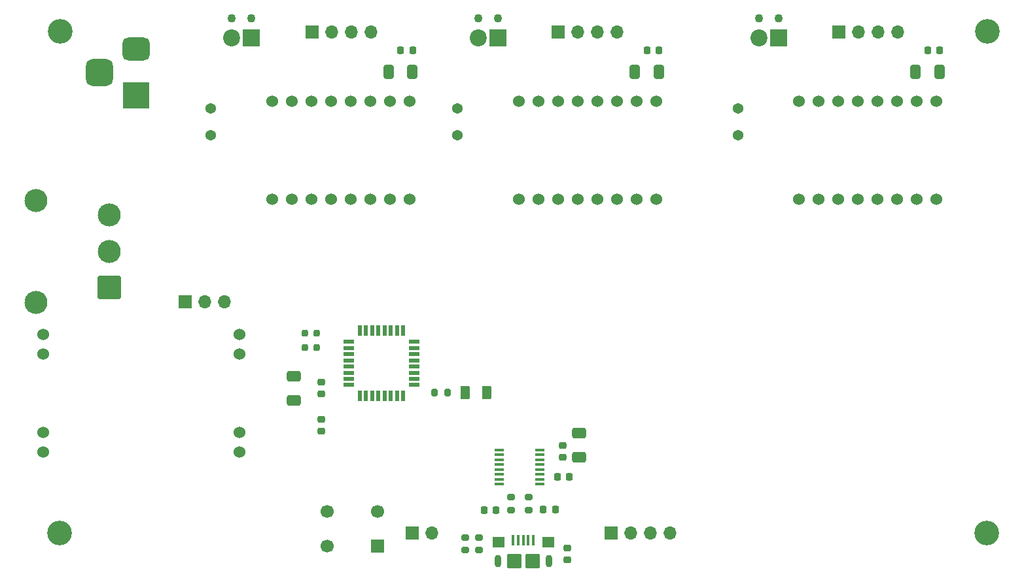
<source format=gbr>
%TF.GenerationSoftware,KiCad,Pcbnew,7.0.11+dfsg-1build4*%
%TF.CreationDate,2025-03-22T04:05:15-07:00*%
%TF.ProjectId,STM-32 PCB,53544d2d-3332-4205-9043-422e6b696361,rev?*%
%TF.SameCoordinates,Original*%
%TF.FileFunction,Soldermask,Top*%
%TF.FilePolarity,Negative*%
%FSLAX46Y46*%
G04 Gerber Fmt 4.6, Leading zero omitted, Abs format (unit mm)*
G04 Created by KiCad (PCBNEW 7.0.11+dfsg-1build4) date 2025-03-22 04:05:15*
%MOMM*%
%LPD*%
G01*
G04 APERTURE LIST*
G04 Aperture macros list*
%AMRoundRect*
0 Rectangle with rounded corners*
0 $1 Rounding radius*
0 $2 $3 $4 $5 $6 $7 $8 $9 X,Y pos of 4 corners*
0 Add a 4 corners polygon primitive as box body*
4,1,4,$2,$3,$4,$5,$6,$7,$8,$9,$2,$3,0*
0 Add four circle primitives for the rounded corners*
1,1,$1+$1,$2,$3*
1,1,$1+$1,$4,$5*
1,1,$1+$1,$6,$7*
1,1,$1+$1,$8,$9*
0 Add four rect primitives between the rounded corners*
20,1,$1+$1,$2,$3,$4,$5,0*
20,1,$1+$1,$4,$5,$6,$7,0*
20,1,$1+$1,$6,$7,$8,$9,0*
20,1,$1+$1,$8,$9,$2,$3,0*%
G04 Aperture macros list end*
%ADD10RoundRect,0.200000X-0.200000X-0.250000X0.200000X-0.250000X0.200000X0.250000X-0.200000X0.250000X0*%
%ADD11C,1.524000*%
%ADD12R,1.700000X1.700000*%
%ADD13C,1.700000*%
%ADD14C,1.371600*%
%ADD15RoundRect,0.225000X-0.250000X0.225000X-0.250000X-0.225000X0.250000X-0.225000X0.250000X0.225000X0*%
%ADD16O,1.700000X1.700000*%
%ADD17RoundRect,0.225000X0.250000X-0.225000X0.250000X0.225000X-0.250000X0.225000X-0.250000X-0.225000X0*%
%ADD18R,1.200000X0.400000*%
%ADD19RoundRect,0.250000X-0.412500X-0.650000X0.412500X-0.650000X0.412500X0.650000X-0.412500X0.650000X0*%
%ADD20RoundRect,0.225000X-0.225000X-0.250000X0.225000X-0.250000X0.225000X0.250000X-0.225000X0.250000X0*%
%ADD21RoundRect,0.100000X-0.100000X-0.575000X0.100000X-0.575000X0.100000X0.575000X-0.100000X0.575000X0*%
%ADD22O,0.900000X1.600000*%
%ADD23RoundRect,0.250000X-0.550000X-0.450000X0.550000X-0.450000X0.550000X0.450000X-0.550000X0.450000X0*%
%ADD24RoundRect,0.250000X-0.700000X-0.700000X0.700000X-0.700000X0.700000X0.700000X-0.700000X0.700000X0*%
%ADD25C,1.100000*%
%ADD26R,2.200000X2.200000*%
%ADD27C,2.200000*%
%ADD28C,3.200000*%
%ADD29RoundRect,0.200000X0.275000X-0.200000X0.275000X0.200000X-0.275000X0.200000X-0.275000X-0.200000X0*%
%ADD30RoundRect,0.250000X-0.650000X0.412500X-0.650000X-0.412500X0.650000X-0.412500X0.650000X0.412500X0*%
%ADD31R,3.500000X3.500000*%
%ADD32RoundRect,0.750000X-1.000000X0.750000X-1.000000X-0.750000X1.000000X-0.750000X1.000000X0.750000X0*%
%ADD33RoundRect,0.875000X-0.875000X0.875000X-0.875000X-0.875000X0.875000X-0.875000X0.875000X0.875000X0*%
%ADD34R,1.475000X0.600000*%
%ADD35R,0.600000X1.475000*%
%ADD36RoundRect,0.250000X0.650000X-0.412500X0.650000X0.412500X-0.650000X0.412500X-0.650000X-0.412500X0*%
%ADD37RoundRect,0.200000X-0.275000X0.200000X-0.275000X-0.200000X0.275000X-0.200000X0.275000X0.200000X0*%
%ADD38RoundRect,0.250000X0.375000X0.625000X-0.375000X0.625000X-0.375000X-0.625000X0.375000X-0.625000X0*%
%ADD39RoundRect,0.200000X0.200000X0.275000X-0.200000X0.275000X-0.200000X-0.275000X0.200000X-0.275000X0*%
%ADD40RoundRect,0.102000X1.387500X-1.387500X1.387500X1.387500X-1.387500X1.387500X-1.387500X-1.387500X0*%
%ADD41C,2.979000*%
%ADD42RoundRect,0.225000X0.225000X0.250000X-0.225000X0.250000X-0.225000X-0.250000X0.225000X-0.250000X0*%
G04 APERTURE END LIST*
D10*
%TO.C,X1*%
X125225000Y-104150000D03*
X125225000Y-106000000D03*
X123775000Y-106000000D03*
X123775000Y-104150000D03*
%TD*%
D11*
%TO.C,U0*%
X89900000Y-104340000D03*
X89900000Y-106880000D03*
X89900000Y-117040000D03*
X89900000Y-119580000D03*
X115300000Y-104340000D03*
X115300000Y-106880000D03*
X115300000Y-117040000D03*
X115300000Y-119580000D03*
%TD*%
D12*
%TO.C,SW2*%
X133150000Y-131740000D03*
D13*
X126650000Y-131740000D03*
X133150000Y-127240000D03*
X126650000Y-127240000D03*
%TD*%
D14*
%TO.C,C6*%
X111580000Y-75025000D03*
X111580000Y-78525001D03*
%TD*%
D15*
%TO.C,C18*%
X157058000Y-118695000D03*
X157058000Y-120245000D03*
%TD*%
D12*
%TO.C,J5*%
X156520000Y-65160000D03*
D16*
X159060000Y-65160000D03*
X161600000Y-65160000D03*
X164140000Y-65160000D03*
%TD*%
D17*
%TO.C,C2*%
X125879000Y-112065000D03*
X125879000Y-110515000D03*
%TD*%
D11*
%TO.C,U4*%
X187687500Y-86840000D03*
X190227500Y-86840000D03*
X192767500Y-86840000D03*
X195307500Y-86840000D03*
X197847500Y-86840000D03*
X200387500Y-86840000D03*
X202927500Y-86840000D03*
X205467500Y-86840000D03*
X205467500Y-74140000D03*
X202927500Y-74140000D03*
X200387500Y-74140000D03*
X197847500Y-74140000D03*
X195307500Y-74140000D03*
X192767500Y-74140000D03*
X190227500Y-74140000D03*
X187687500Y-74140000D03*
%TD*%
D18*
%TO.C,U5*%
X148910000Y-119295000D03*
X148910000Y-119930000D03*
X148910000Y-120565000D03*
X148910000Y-121200000D03*
X148910000Y-121835000D03*
X148910000Y-122470000D03*
X148910000Y-123105000D03*
X148910000Y-123740000D03*
X154110000Y-123740000D03*
X154110000Y-123105000D03*
X154110000Y-122470000D03*
X154110000Y-121835000D03*
X154110000Y-121200000D03*
X154110000Y-120565000D03*
X154110000Y-119930000D03*
X154110000Y-119295000D03*
%TD*%
D19*
%TO.C,C7*%
X166425000Y-70280000D03*
X169550000Y-70280000D03*
%TD*%
D20*
%TO.C,C8*%
X168005000Y-67520000D03*
X169555000Y-67520000D03*
%TD*%
D21*
%TO.C,J10*%
X150690000Y-131000000D03*
X151340000Y-131000000D03*
X151990000Y-131000000D03*
X152640000Y-131000000D03*
X153290000Y-131000000D03*
D22*
X148690000Y-133675000D03*
D23*
X148790000Y-131225000D03*
D24*
X150790000Y-133675000D03*
X153190000Y-133675000D03*
D23*
X155190000Y-131225000D03*
D22*
X155290000Y-133675000D03*
%TD*%
D20*
%TO.C,C14*%
X154595000Y-127060000D03*
X156145000Y-127060000D03*
%TD*%
D19*
%TO.C,C4*%
X134535000Y-70280000D03*
X137660000Y-70280000D03*
%TD*%
D25*
%TO.C,J7*%
X116817500Y-63320000D03*
X114277500Y-63320000D03*
D26*
X116817500Y-65860000D03*
D27*
X114277500Y-65860000D03*
%TD*%
D15*
%TO.C,C3*%
X125815000Y-115350000D03*
X125815000Y-116900000D03*
%TD*%
D12*
%TO.C,J4*%
X124630000Y-65160000D03*
D16*
X127170000Y-65160000D03*
X129710000Y-65160000D03*
X132250000Y-65160000D03*
%TD*%
D20*
%TO.C,C11*%
X204305000Y-67520000D03*
X205855000Y-67520000D03*
%TD*%
%TO.C,C16*%
X156420000Y-122800000D03*
X157970000Y-122800000D03*
%TD*%
D28*
%TO.C,H3*%
X92000000Y-130060000D03*
%TD*%
D17*
%TO.C,C13*%
X157700000Y-133575000D03*
X157700000Y-132025000D03*
%TD*%
D29*
%TO.C,R3*%
X150439000Y-127080000D03*
X150439000Y-125430000D03*
%TD*%
D11*
%TO.C,U2*%
X119497500Y-86840000D03*
X122037500Y-86840000D03*
X124577500Y-86840000D03*
X127117500Y-86840000D03*
X129657500Y-86840000D03*
X132197500Y-86840000D03*
X134737500Y-86840000D03*
X137277500Y-86840000D03*
X137277500Y-74140000D03*
X134737500Y-74140000D03*
X132197500Y-74140000D03*
X129657500Y-74140000D03*
X127117500Y-74140000D03*
X124577500Y-74140000D03*
X122037500Y-74140000D03*
X119497500Y-74140000D03*
%TD*%
D28*
%TO.C,H4*%
X212000000Y-130030000D03*
%TD*%
D30*
%TO.C,C17*%
X159230000Y-117127500D03*
X159230000Y-120252500D03*
%TD*%
D31*
%TO.C,J0*%
X101877500Y-73350000D03*
D32*
X101877500Y-67350000D03*
D33*
X97177500Y-70350000D03*
%TD*%
D29*
%TO.C,R2*%
X152710000Y-127080000D03*
X152710000Y-125430000D03*
%TD*%
%TO.C,R5*%
X144500000Y-132305000D03*
X144500000Y-130655000D03*
%TD*%
D12*
%TO.C,J6*%
X192820000Y-65160000D03*
D16*
X195360000Y-65160000D03*
X197900000Y-65160000D03*
X200440000Y-65160000D03*
%TD*%
D11*
%TO.C,U3*%
X151387500Y-86840000D03*
X153927500Y-86840000D03*
X156467500Y-86840000D03*
X159007500Y-86840000D03*
X161547500Y-86840000D03*
X164087500Y-86840000D03*
X166627500Y-86840000D03*
X169167500Y-86840000D03*
X169167500Y-74140000D03*
X166627500Y-74140000D03*
X164087500Y-74140000D03*
X161547500Y-74140000D03*
X159007500Y-74140000D03*
X156467500Y-74140000D03*
X153927500Y-74140000D03*
X151387500Y-74140000D03*
%TD*%
D34*
%TO.C,U1*%
X129402000Y-105290000D03*
X129402000Y-106090000D03*
X129402000Y-106890000D03*
X129402000Y-107690000D03*
X129402000Y-108490000D03*
X129402000Y-109290000D03*
X129402000Y-110090000D03*
X129402000Y-110890000D03*
D35*
X130840000Y-112328000D03*
X131640000Y-112328000D03*
X132440000Y-112328000D03*
X133240000Y-112328000D03*
X134040000Y-112328000D03*
X134840000Y-112328000D03*
X135640000Y-112328000D03*
X136440000Y-112328000D03*
D34*
X137878000Y-110890000D03*
X137878000Y-110090000D03*
X137878000Y-109290000D03*
X137878000Y-108490000D03*
X137878000Y-107690000D03*
X137878000Y-106890000D03*
X137878000Y-106090000D03*
X137878000Y-105290000D03*
D35*
X136440000Y-103852000D03*
X135640000Y-103852000D03*
X134840000Y-103852000D03*
X134040000Y-103852000D03*
X133240000Y-103852000D03*
X132440000Y-103852000D03*
X131640000Y-103852000D03*
X130840000Y-103852000D03*
%TD*%
D28*
%TO.C,H1*%
X92050000Y-65060000D03*
%TD*%
D14*
%TO.C,C9*%
X143470000Y-75025000D03*
X143470000Y-78525001D03*
%TD*%
D25*
%TO.C,J8*%
X148707500Y-63320000D03*
X146167500Y-63320000D03*
D26*
X148707500Y-65860000D03*
D27*
X146167500Y-65860000D03*
%TD*%
D12*
%TO.C,J3*%
X163320000Y-130070000D03*
D16*
X165860000Y-130070000D03*
X168400000Y-130070000D03*
X170940000Y-130070000D03*
%TD*%
D36*
%TO.C,C1*%
X122279000Y-112852500D03*
X122279000Y-109727500D03*
%TD*%
D19*
%TO.C,C10*%
X202725000Y-70280000D03*
X205850000Y-70280000D03*
%TD*%
D37*
%TO.C,R4*%
X146220000Y-130655000D03*
X146220000Y-132305000D03*
%TD*%
D20*
%TO.C,C5*%
X136115000Y-67520000D03*
X137665000Y-67520000D03*
%TD*%
D12*
%TO.C,J2*%
X137610000Y-130070000D03*
D16*
X140150000Y-130070000D03*
%TD*%
D38*
%TO.C,D1*%
X147298000Y-111834000D03*
X144498000Y-111834000D03*
%TD*%
D39*
%TO.C,R1*%
X142151000Y-111834000D03*
X140501000Y-111834000D03*
%TD*%
D40*
%TO.C,SW1*%
X98456600Y-98256700D03*
D41*
X98456600Y-93556700D03*
X98456600Y-88856700D03*
X88926600Y-100161700D03*
X88926600Y-86951700D03*
%TD*%
D28*
%TO.C,H2*%
X212050000Y-65030000D03*
%TD*%
D25*
%TO.C,J9*%
X185007500Y-63320000D03*
X182467500Y-63320000D03*
D26*
X185007500Y-65860000D03*
D27*
X182467500Y-65860000D03*
%TD*%
D12*
%TO.C,J1*%
X108225000Y-100060000D03*
D16*
X110765000Y-100060000D03*
X113305000Y-100060000D03*
%TD*%
D42*
%TO.C,C15*%
X148495000Y-127070000D03*
X146945000Y-127070000D03*
%TD*%
D14*
%TO.C,C12*%
X179770000Y-75025000D03*
X179770000Y-78525001D03*
%TD*%
M02*

</source>
